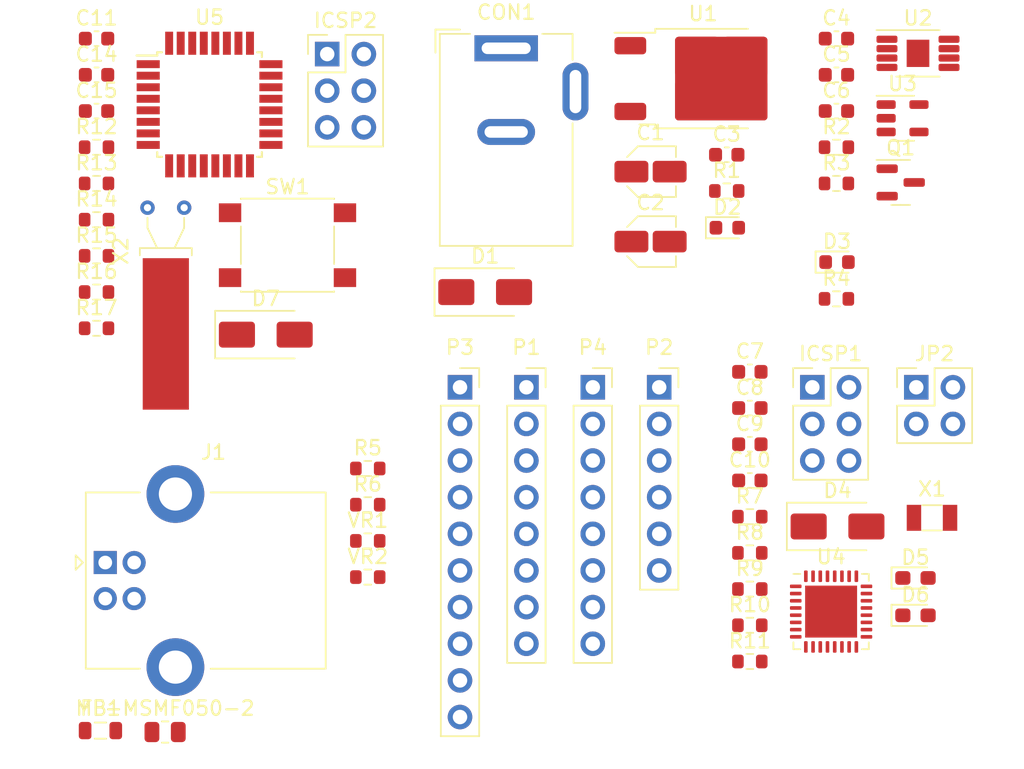
<source format=kicad_pcb>
(kicad_pcb (version 20221018) (generator pcbnew)
  (layers (0 "F.Cu" signal) (31 "B.Cu" signal) (34 "B.Paste" user) (35 "F.Paste" user) (36 "B.SilkS" user "B.Silkscreen") (37 "F.SilkS" user "F.Silkscreen") (38 "B.Mask" user) (39 "F.Mask" user) (44 "Edge.Cuts" user))
  (net 0 "")
  (net 1 "Vin")
  (net 2 "GND")
  (net 3 "5V_LDO")
  (net 4 "3V3_LDO")
  (net 5 "Net-(U4-XTAL(PC0))")
  (net 6 "Net-(U4-XTAL1)")
  (net 7 "/ATMEGA16U2/USB_GND")
  (net 8 "Net-(U4-UCAP)")
  (net 9 "/ATMEGA16U2/DTR")
  (net 10 "Net-(C11-Pad2)")
  (net 11 "/ATMEGA328P/AREF")
  (net 12 "Net-(D1-A)")
  (net 13 "Net-(D2-A)")
  (net 14 "Net-(D3-A)")
  (net 15 "Net-(D4-K)")
  (net 16 "Net-(D5-K)")
  (net 17 "Net-(D5-A)")
  (net 18 "Net-(D6-K)")
  (net 19 "Net-(D6-A)")
  (net 20 "/ATMEGA328P/328P_RESET")
  (net 21 "Net-(J1-Shield_1)")
  (net 22 "ICSP_MISO")
  (net 23 "ICSP_SCK")
  (net 24 "ICSP_MOSI")
  (net 25 "328P_ICSP_MISO")
  (net 26 "328P_ICSP_SCK")
  (net 27 "328P_ICSP_MOSI")
  (net 28 "Net-(J1-Vbus)")
  (net 29 "Net-(J1-D-)")
  (net 30 "Net-(J1-D+)")
  (net 31 "Net-(JP2-Pin_1)")
  (net 32 "Net-(JP2-Pin_2)")
  (net 33 "Net-(JP2-Pin_3)")
  (net 34 "Net-(JP2-Pin_4)")
  (net 35 "USBVCC")
  (net 37 "/ATMEGA328P/ARD_AN0")
  (net 38 "/ATMEGA328P/ARD_AN1")
  (net 39 "/ATMEGA328P/ARD_AN2")
  (net 40 "/ATMEGA328P/ARD_AN3")
  (net 41 "/ATMEGA328P/ARD_AN4{slash}SDA")
  (net 42 "/ATMEGA328P/ARD_AN5{slash}SCL")
  (net 43 "/ATMEGA328P/ARD_DIG8")
  (net 44 "/ATMEGA328P/ARD_DIG9")
  (net 45 "/ATMEGA328P/ARD_DIG10{slash}SPI_SS")
  (net 46 "/ATMEGA328P/ARD_DIG7")
  (net 47 "/ATMEGA328P/ARD_DIG6")
  (net 48 "/ATMEGA328P/ARD_DIG5")
  (net 49 "/ATMEGA328P/ARD_DIG4")
  (net 50 "/ATMEGA328P/ARD_DIG3")
  (net 51 "/ATMEGA328P/ARD_DIG2")
  (net 52 "/ATMEGA328P/ARD_DIG1")
  (net 53 "/ATMEGA328P/ARD_DIG0")
  (net 54 "Net-(Q1-G)")
  (net 55 "Net-(U2A-+)")
  (net 56 "Net-(U2B--)")
  (net 57 "/ATMEGA16U2/USB_RD+")
  (net 58 "/ATMEGA16U2/USB_RD-")
  (net 59 "/ATMEGA16U2/SERIAL_Rx")
  (net 60 "/ATMEGA16U2/SERIAL_Tx")
  (net 61 "Net-(U5-XTAL2)")
  (net 62 "Net-(U5-XTAL1)")
  (footprint "Resistor_SMD:R_0603_1608Metric" (layer "F.Cu") (at 79.7504 65.8248)
    (fp_text reference "R8" (at 0 -1.43) (layer "F.SilkS"))
    (fp_text value "0")
    (pad "1" smd roundrect (at -0.825 0) (size 0.8 0.95) (layers "F.Cu" "F.Paste" "F.Mask") (net 7 "/ATMEGA16U2/USB_GND"))
    (pad "2" smd roundrect (at 0.825 0) (size 0.8 0.95) (layers "F.Cu" "F.Paste" "F.Mask") (net 2 "GND"))
  )
  (footprint "Connector_PinHeader_2.54mm:PinHeader_2x03_P2.54mm_Vertical" (layer "F.Cu") (at 84.0804 54.3448)
    (fp_text reference "ICSP1" (at 1.27 -2.33) (layer "F.SilkS"))
    (fp_text value "M20-9980346")
    (pad "1" thru_hole rect (at 0 0) (size 1.7 1.7) (drill 1) (layers "*.Cu" "*.Mask") (net 22 "ICSP_MISO"))
    (pad "2" thru_hole oval (at 2.54 0) (size 1.7 1.7) (drill 1) (layers "*.Cu" "*.Mask") (net 3 "5V_LDO"))
    (pad "3" thru_hole oval (at 0 2.54) (size 1.7 1.7) (drill 1) (layers "*.Cu" "*.Mask") (net 23 "ICSP_SCK"))
    (pad "4" thru_hole oval (at 2.54 2.54) (size 1.7 1.7) (drill 1) (layers "*.Cu" "*.Mask") (net 24 "ICSP_MOSI"))
    (pad "5" thru_hole oval (at 0 5.08) (size 1.7 1.7) (drill 1) (layers "*.Cu" "*.Mask") (net 15 "Net-(D4-K)"))
    (pad "6" thru_hole oval (at 2.54 5.08) (size 1.7 1.7) (drill 1) (layers "*.Cu" "*.Mask") (net 2 "GND"))
  )
  (footprint "LED_SMD:LED_0603_1608Metric" (layer "F.Cu") (at 85.7904 45.6648)
    (fp_text reference "D3" (at 0 -1.43) (layer "F.SilkS"))
    (fp_text value "LED")
    (pad "1" smd roundrect (at -0.7875 0) (size 0.875 0.95) (layers "F.Cu" "F.Paste" "F.Mask") (net 2 "GND"))
    (pad "2" smd roundrect (at 0.7875 0) (size 0.875 0.95) (layers "F.Cu" "F.Paste" "F.Mask") (net 14 "Net-(D3-A)"))
  )
  (footprint "Connector_PinHeader_2.54mm:PinHeader_2x02_P2.54mm_Vertical" (layer "F.Cu") (at 91.2804 54.3448)
    (fp_text reference "JP2" (at 1.27 -2.33) (layer "F.SilkS"))
    (fp_text value "NO_POP")
    (pad "1" thru_hole rect (at 0 0) (size 1.7 1.7) (drill 1) (layers "*.Cu" "*.Mask") (net 31 "Net-(JP2-Pin_1)"))
    (pad "2" thru_hole oval (at 2.54 0) (size 1.7 1.7) (drill 1) (layers "*.Cu" "*.Mask") (net 32 "Net-(JP2-Pin_2)"))
    (pad "3" thru_hole oval (at 0 2.54) (size 1.7 1.7) (drill 1) (layers "*.Cu" "*.Mask") (net 33 "Net-(JP2-Pin_3)"))
    (pad "4" thru_hole oval (at 2.54 2.54) (size 1.7 1.7) (drill 1) (layers "*.Cu" "*.Mask") (net 34 "Net-(JP2-Pin_4)"))
  )
  (footprint "Resistor_SMD:R_0603_1608Metric" (layer "F.Cu") (at 34.4904 47.7448)
    (fp_text reference "R16" (at 0 -1.43) (layer "F.SilkS"))
    (fp_text value "10K")
    (pad "1" smd roundrect (at -0.825 0) (size 0.8 0.95) (layers "F.Cu" "F.Paste" "F.Mask") (net 20 "/ATMEGA328P/328P_RESET"))
    (pad "2" smd roundrect (at 0.825 0) (size 0.8 0.95) (layers "F.Cu" "F.Paste" "F.Mask") (net 3 "5V_LDO"))
  )
  (footprint "Connector_PinHeader_2.54mm:PinHeader_2x03_P2.54mm_Vertical" (layer "F.Cu") (at 50.4704 31.2448)
    (fp_text reference "ICSP2" (at 1.27 -2.33) (layer "F.SilkS"))
    (fp_text value "M20-9980346")
    (pad "1" thru_hole rect (at 0 0) (size 1.7 1.7) (drill 1) (layers "*.Cu" "*.Mask") (net 25 "328P_ICSP_MISO"))
    (pad "2" thru_hole oval (at 2.54 0) (size 1.7 1.7) (drill 1) (layers "*.Cu" "*.Mask") (net 3 "5V_LDO"))
    (pad "3" thru_hole oval (at 0 2.54) (size 1.7 1.7) (drill 1) (layers "*.Cu" "*.Mask") (net 26 "328P_ICSP_SCK"))
    (pad "4" thru_hole oval (at 2.54 2.54) (size 1.7 1.7) (drill 1) (layers "*.Cu" "*.Mask") (net 27 "328P_ICSP_MOSI"))
    (pad "5" thru_hole oval (at 0 5.08) (size 1.7 1.7) (drill 1) (layers "*.Cu" "*.Mask") (net 20 "/ATMEGA328P/328P_RESET"))
    (pad "6" thru_hole oval (at 2.54 5.08) (size 1.7 1.7) (drill 1) (layers "*.Cu" "*.Mask") (net 2 "GND"))
  )
  (footprint "LED_SMD:LED_0603_1608Metric" (layer "F.Cu") (at 78.1904 43.2848)
    (fp_text reference "D2" (at 0 -1.43) (layer "F.SilkS"))
    (fp_text value "LED")
    (pad "1" smd roundrect (at -0.7875 0) (size 0.875 0.95) (layers "F.Cu" "F.Paste" "F.Mask") (net 2 "GND"))
    (pad "2" smd roundrect (at 0.7875 0) (size 0.875 0.95) (layers "F.Cu" "F.Paste" "F.Mask") (net 13 "Net-(D2-A)"))
  )
  (footprint "Connector_PinSocket_2.54mm:PinSocket_1x08_P2.54mm_Vertical" (layer "F.Cu") (at 68.8704 54.3448)
    (fp_text reference "P4" (at 0 -2.77) (layer "F.SilkS"))
    (fp_text value "Digital Header 01")
    (pad "1" thru_hole rect (at 0 0) (size 1.7 1.7) (drill 1) (layers "*.Cu" "*.Mask") (net 46 "/ATMEGA328P/ARD_DIG7"))
    (pad "2" thru_hole oval (at 0 2.54) (size 1.7 1.7) (drill 1) (layers "*.Cu" "*.Mask") (net 47 "/ATMEGA328P/ARD_DIG6"))
    (pad "3" thru_hole oval (at 0 5.08) (size 1.7 1.7) (drill 1) (layers "*.Cu" "*.Mask") (net 48 "/ATMEGA328P/ARD_DIG5"))
    (pad "4" thru_hole oval (at 0 7.62) (size 1.7 1.7) (drill 1) (layers "*.Cu" "*.Mask") (net 49 "/ATMEGA328P/ARD_DIG4"))
    (pad "5" thru_hole oval (at 0 10.16) (size 1.7 1.7) (drill 1) (layers "*.Cu" "*.Mask") (net 50 "/ATMEGA328P/ARD_DIG3"))
    (pad "6" thru_hole oval (at 0 12.7) (size 1.7 1.7) (drill 1) (layers "*.Cu" "*.Mask") (net 51 "/ATMEGA328P/ARD_DIG2"))
    (pad "7" thru_hole oval (at 0 15.24) (size 1.7 1.7) (drill 1) (layers "*.Cu" "*.Mask") (net 52 "/ATMEGA328P/ARD_DIG1"))
    (pad "8" thru_hole oval (at 0 17.78) (size 1.7 1.7) (drill 1) (layers "*.Cu" "*.Mask") (net 53 "/ATMEGA328P/ARD_DIG0"))
  )
  (footprint "Resistor_SMD:R_0603_1608Metric" (layer "F.Cu") (at 79.7504 68.3348)
    (fp_text reference "R9" (at 0 -1.43) (layer "F.SilkS"))
    (fp_text value "1M")
    (pad "1" smd roundrect (at -0.825 0) (size 0.8 0.95) (layers "F.Cu" "F.Paste" "F.Mask") (net 5 "Net-(U4-XTAL(PC0))"))
    (pad "2" smd roundrect (at 0.825 0) (size 0.8 0.95) (layers "F.Cu" "F.Paste" "F.Mask") (net 6 "Net-(U4-XTAL1)"))
  )
  (footprint "Capacitor_SMD:C_0603_1608Metric" (layer "F.Cu") (at 79.7504 60.8048)
    (fp_text reference "C10" (at 0 -1.43) (layer "F.SilkS"))
    (fp_text value "1uF")
    (pad "1" smd roundrect (at -0.775 0) (size 0.9 0.95) (layers "F.Cu" "F.Paste" "F.Mask") (net 7 "/ATMEGA16U2/USB_GND"))
    (pad "2" smd roundrect (at 0.775 0) (size 0.9 0.95) (layers "F.Cu" "F.Paste" "F.Mask") (net 8 "Net-(U4-UCAP)"))
  )
  (footprint "Resistor_SMD:R_0603_1608Metric" (layer "F.Cu") (at 85.7504 48.2148)
    (fp_text reference "R4" (at 0 -1.43) (layer "F.SilkS"))
    (fp_text value "510")
    (pad "1" smd roundrect (at -0.825 0) (size 0.8 0.95) (layers "F.Cu" "F.Paste" "F.Mask") (net 56 "Net-(U2B--)"))
    (pad "2" smd roundrect (at 0.825 0) (size 0.8 0.95) (layers "F.Cu" "F.Paste" "F.Mask") (net 14 "Net-(D3-A)"))
  )
  (footprint "Resistor_SMD:R_0603_1608Metric" (layer "F.Cu") (at 34.4904 45.2348)
    (fp_text reference "R15" (at 0 -1.43) (layer "F.SilkS"))
    (fp_text value "1K")
    (pad "1" smd roundrect (at -0.825 0) (size 0.8 0.95) (layers "F.Cu" "F.Paste" "F.Mask") (net 60 "/ATMEGA16U2/SERIAL_Tx"))
    (pad "2" smd roundrect (at 0.825 0) (size 0.8 0.95) (layers "F.Cu" "F.Paste" "F.Mask") (net 52 "/ATMEGA328P/ARD_DIG1"))
  )
  (footprint "Package_TO_SOT_SMD:TO-252-2" (layer "F.Cu") (at 76.5104 32.9448)
    (fp_text reference "U1" (at 0 -4.5) (layer "F.SilkS"))
    (fp_text value "LD1117S50TR")
    (pad "1" smd roundrect (at -5.04 -2.28) (size 2.2 1.2) (layers "F.Cu" "F.Paste" "F.Mask") (roundrect_rratio 0.208333) (net 2 "GND"))
    (pad "2" smd roundrect (at -0.415 -1.525) (size 3.05 2.75) (layers "F.Cu" "F.Paste") (roundrect_rratio 0.090909) (net 3 "5V_LDO"))
    (pad "2" smd roundrect (at -0.415 1.525) (size 3.05 2.75) (layers "F.Cu" "F.Paste") (roundrect_rratio 0.090909) (net 3 "5V_LDO"))
    (pad "2" smd roundrect (at 1.26 0) (size 6.4 5.8) (layers "F.Cu" "F.Mask") (roundrect_rratio 0.043103) (net 3 "5V_LDO"))
    (pad "2" smd roundrect (at 2.935 -1.525) (size 3.05 2.75) (layers "F.Cu" "F.Paste") (roundrect_rratio 0.090909) (net 3 "5V_LDO"))
    (pad "2" smd roundrect (at 2.935 1.525) (size 3.05 2.75) (layers "F.Cu" "F.Paste") (roundrect_rratio 0.090909) (net 3 "5V_LDO"))
    (pad "3" smd roundrect (at -5.04 2.28) (size 2.2 1.2) (layers "F.Cu" "F.Paste" "F.Mask") (roundrect_rratio 0.208333) (net 1 "Vin"))
  )
  (footprint "Resistor_SMD:R_0603_1608Metric" (layer "F.Cu") (at 34.4904 50.2548)
    (fp_text reference "R17" (at 0 -1.43) (layer "F.SilkS"))
    (fp_text value "1M")
    (pad "1" smd roundrect (at -0.825 0) (size 0.8 0.95) (layers "F.Cu" "F.Paste" "F.Mask") (net 61 "Net-(U5-XTAL2)"))
    (pad "2" smd roundrect (at 0.825 0) (size 0.8 0.95) (layers "F.Cu" "F.Paste" "F.Mask") (net 62 "Net-(U5-XTAL1)"))
  )
  (footprint "Resistor_SMD:R_0603_1608Metric" (layer "F.Cu") (at 53.2804 62.4848)
    (fp_text reference "R6" (at 0 -1.43) (layer "F.SilkS"))
    (fp_text value "22R")
    (pad "1" smd roundrect (at -0.825 0) (size 0.8 0.95) (layers "F.Cu" "F.Paste" "F.Mask") (net 30 "Net-(J1-D+)"))
    (pad "2" smd roundrect (at 0.825 0) (size 0.8 0.95) (layers "F.Cu" "F.Paste" "F.Mask") (net 58 "/ATMEGA16U2/USB_RD-"))
  )
  (footprint "Capacitor_SMD:C_0603_1608Metric" (layer "F.Cu") (at 79.7504 55.7848)
    (fp_text reference "C8" (at 0 -1.43) (layer "F.SilkS"))
    (fp_text value "20pF")
    (pad "1" smd roundrect (at -0.775 0) (size 0.9 0.95) (layers "F.Cu" "F.Paste" "F.Mask") (net 2 "GND"))
    (pad "2" smd roundrect (at 0.775 0) (size 0.9 0.95) (layers "F.Cu" "F.Paste" "F.Mask") (net 6 "Net-(U4-XTAL1)"))
  )
  (footprint "Resistor_SMD:R_0603_1608Metric" (layer "F.Cu") (at 53.2804 59.9748)
    (fp_text reference "R5" (at 0 -1.43) (layer "F.SilkS"))
    (fp_text value "22R")
    (pad "1" smd roundrect (at -0.825 0) (size 0.8 0.95) (layers "F.Cu" "F.Paste" "F.Mask") (net 29 "Net-(J1-D-)"))
    (pad "2" smd roundrect (at 0.825 0) (size 0.8 0.95) (layers "F.Cu" "F.Paste" "F.Mask") (net 57 "/ATMEGA16U2/USB_RD+"))
  )
  (footprint "Resistor_SMD:R_0603_1608Metric" (layer "F.Cu") (at 53.2804 67.5048)
    (fp_text reference "VR2" (at 0 -1.43) (layer "F.SilkS"))
    (fp_text value "CG0603MLC-05E")
    (pad "1" smd roundrect (at -0.825 0) (size 0.8 0.95) (layers "F.Cu" "F.Paste" "F.Mask") (net 29 "Net-(J1-D-)"))
    (pad "2" smd roundrect (at 0.825 0) (size 0.8 0.95) (layers "F.Cu" "F.Paste" "F.Mask") (net 21 "Net-(J1-Shield_1)"))
  )
  (footprint "Capacitor_SMD:C_0603_1608Metric" (layer "F.Cu") (at 85.7504 32.6848)
    (fp_text reference "C5" (at 0 -1.43) (layer "F.SilkS"))
    (fp_text value "1uF")
    (pad "1" smd roundrect (at -0.775 0) (size 0.9 0.95) (layers "F.Cu" "F.Paste" "F.Mask") (net 3 "5V_LDO"))
    (pad "2" smd roundrect (at 0.775 0) (size 0.9 0.95) (layers "F.Cu" "F.Paste" "F.Mask") (net 2 "GND"))
  )
  (footprint "Connector_PinSocket_2.54mm:PinSocket_1x08_P2.54mm_Vertical" (layer "F.Cu") (at 64.2704 54.3448)
    (fp_text reference "P1" (at 0 -2.77) (layer "F.SilkS"))
    (fp_text value "Power Header")
    (pad "1" thru_hole rect (at 0 0) (size 1.7 1.7) (drill 1) (layers "*.Cu" "*.Mask"))
    (pad "2" thru_hole oval (at 0 2.54) (size 1.7 1.7) (drill 1) (layers "*.Cu" "*.Mask") (net 3 "5V_LDO"))
    (pad "3" thru_hole oval (at 0 5.08) (size 1.7 1.7) (drill 1) (layers "*.Cu" "*.Mask") (net 20 "/ATMEGA328P/328P_RESET"))
    (pad "4" thru_hole oval (at 0 7.62) (size 1.7 1.7) (drill 1) (layers "*.Cu" "*.Mask") (net 4 "3V3_LDO"))
    (pad "5" thru_hole oval (at 0 10.16) (size 1.7 1.7) (drill 1) (layers "*.Cu" "*.Mask") (net 3 "5V_LDO"))
    (pad "6" thru_hole oval (at 0 12.7) (size 1.7 1.7) (drill 1) (layers "*.Cu" "*.Mask") (net 2 "GND"))
    (pad "7" thru_hole oval (at 0 15.24) (size 1.7 1.7) (drill 1) (layers "*.Cu" "*.Mask") (net 2 "GND"))
    (pad "8" thru_hole oval (at 0 17.78) (size 1.7 1.7) (drill 1) (layers "*.Cu" "*.Mask") (net 1 "Vin"))
  )
  (footprint "Resistor_SMD:R_0603_1608Metric" (layer "F.Cu") (at 79.7504 63.3148)
    (fp_text reference "R7" (at 0 -1.43) (layer "F.SilkS"))
    (fp_text value "10K")
    (pad "1" smd roundrect (at -0.825 0) (size 0.8 0.95) (layers "F.Cu" "F.Paste" "F.Mask") (net 15 "Net-(D4-K)"))
    (pad "2" smd roundrect (at 0.825 0) (size 0.8 0.95) (layers "F.Cu" "F.Paste" "F.Mask") (net 3 "5V_LDO"))
  )
  (footprint "Diode_SMD:D_SMA" (layer "F.Cu") (at 46.2154 50.6948)
    (fp_text reference "D7" (at 0 -2.5) (layer "F.SilkS"))
    (fp_text value "1N4148W-7-F")
    (pad "1" smd roundrect (at -2 0) (size 2.5 1.8) (layers "F.Cu" "F.Paste" "F.Mask") (roundrect_rratio 0.1388888889) (net 20 "/ATMEGA328P/328P_RESET"))
    (pad "2" smd roundrect (at 2 0) (size 2.5 1.8) (layers "F.Cu" "F.Paste" "F.Mask") (roundrect_rratio 0.1388888889) (net 3 "5V_LDO"))
  )
  (footprint "Diode_SMD:D_SMA" (layer "F.Cu") (at 61.4154 47.7448)
    (fp_text reference "D1" (at 0 -2.5) (layer "F.SilkS"))
    (fp_text value "DIODE")
    (pad "1" smd roundrect (at -2 0) (size 2.5 1.8) (layers "F.Cu" "F.Paste" "F.Mask") (roundrect_rratio 0.1388888889) (net 1 "Vin"))
    (pad "2" smd roundrect (at 2 0) (size 2.5 1.8) (layers "F.Cu" "F.Paste" "F.Mask") (roundrect_rratio 0.1388888889) (net 12 "Net-(D1-A)"))
  )
  (footprint "Connector_PinSocket_2.54mm:PinSocket_1x10_P2.54mm_Vertical" (layer "F.Cu") (at 59.6704 54.3448)
    (fp_text reference "P3" (at 0 -2.77) (layer "F.SilkS"))
    (fp_text value "Digital Header 02")
    (pad "1" thru_hole rect (at 0 0) (size 1.7 1.7) (drill 1) (layers "*.Cu" "*.Mask") (net 43 "/ATMEGA328P/ARD_DIG8"))
    (pad "2" thru_hole oval (at 0 2.54) (size 1.7 1.7) (drill 1) (layers "*.Cu" "*.Mask") (net 44 "/ATMEGA328P/ARD_DIG9"))
    (pad "3" thru_hole oval (at 0 5.08) (size 1.7 1.7) (drill 1) (layers "*.Cu" "*.Mask") (net 45 "/ATMEGA328P/ARD_DIG10{slash}SPI_SS"))
    (pad "4" thru_hole oval (at 0 7.62) (size 1.7 1.7) (drill 1) (layers "*.Cu" "*.Mask") (net 27 "328P_ICSP_MOSI"))
    (pad "5" thru_hole oval (at 0 10.16) (size 1.7 1.7) (drill 1) (layers "*.Cu" "*.Mask") (net 25 "328P_ICSP_MISO"))
    (pad "6" thru_hole oval (at 0 12.7) (size 1.7 1.7) (drill 1) (layers "*.Cu" "*.Mask") (net 26 "328P_ICSP_SCK"))
    (pad "7" thru_hole oval (at 0 15.24) (size 1.7 1.7) (drill 1) (layers "*.Cu" "*.Mask") (net 2 "GND"))
    (pad "8" thru_hole oval (at 0 17.78) (size 1.7 1.7) (drill 1) (layers "*.Cu" "*.Mask") (net 11 "/ATMEGA328P/AREF"))
    (pad "9" thru_hole oval (at 0 20.32) (size 1.7 1.7) (drill 1) (layers "*.Cu" "*.Mask") (net 41 "/ATMEGA328P/ARD_AN4{slash}SDA"))
    (pad "10" thru_hole oval (at 0 22.86) (size 1.7 1.7) (drill 1) (layers "*.Cu" "*.Mask") (net 42 "/ATMEGA328P/ARD_AN5{slash}SCL"))
  )
  (footprint "Capacitor_SMD:C_0603_1608Metric" (layer "F.Cu") (at 85.7504 30.1748)
    (fp_text reference "C4" (at 0 -1.43) (layer "F.SilkS"))
    (fp_text value "0.1 uF")
    (pad "1" smd roundrect (at -0.775 0) (size 0.9 0.95) (layers "F.Cu" "F.Paste" "F.Mask") (net 2 "GND"))
    (pad "2" smd roundrect (at 0.775 0) (size 0.9 0.95) (layers "F.Cu" "F.Paste" "F.Mask") (net 3 "5V_LDO"))
  )
  (footprint "Button_Switch_SMD:SW_SPST_PTS645" (layer "F.Cu") (at 47.7204 44.4948)
    (fp_text reference "SW1" (at 0 -4.05) (layer "F.SilkS"))
    (fp_text value "RESET_SWITCH")
    (pad "1" smd rect (at -3.98 -2.25) (size 1.55 1.3) (layers "F.Cu" "F.Paste" "F.Mask") (net 2 "GND"))
    (pad "1" smd rect (at 3.98 -2.25) (size 1.55 1.3) (layers "F.Cu" "F.Paste" "F.Mask") (net 2 "GND"))
    (pad "2" smd rect (at -3.98 2.25) (size 1.55 1.3) (layers "F.Cu" "F.Paste" "F.Mask") (net 2 "GND"))
    (pad "2" smd rect (at 3.98 2.25) (size 1.55 1.3) (layers "F.Cu" "F.Paste" "F.Mask") (net 2 "GND"))
  )
  (footprint "Package_SO:HVSSOP-8-1EP_3x3mm_P0.65mm_EP1.57x1.89mm" (layer "F.Cu") (at 91.4004 31.1948)
    (fp_text reference "U2" (at 0 -2.45) (layer "F.SilkS"))
    (fp_text value "LMV358IDGKR")
    (pad "1" smd roundrect (at -2.15 -0.975) (size 1.45 0.5) (layers "F.Cu" "F.Paste" "F.Mask") (net 54 "Net-(Q1-G)"))
    (pad "2" smd roundrect (at -2.15 -0.325) (size 1.45 0.5) (layers "F.Cu" "F.Paste" "F.Mask") (net 4 "3V3_LDO"))
    (pad "3" smd roundrect (at -2.15 0.325) (size 1.45 0.5) (layers "F.Cu" "F.Paste" "F.Mask") (net 55 "Net-(U2A-+)"))
    (pad "4" smd roundrect (at -2.15 0.975) (size 1.45 0.5) (layers "F.Cu" "F.Paste" "F.Mask") (net 2 "GND"))
    (pad "5" smd roundrect (at 2.15 0.975) (size 1.45 0.5) (layers "F.Cu" "F.Paste" "F.Mask") (net 26 "328P_ICSP_SCK"))
    (pad "6" smd roundrect (at 2.15 0.325) (size 1.45 0.5) (layers "F.Cu" "F.Paste" "F.Mask") (net 56 "Net-(U2B--)"))
    (pad "7" smd roundrect (at 2.15 -0.325) (size 1.45 0.5) (layers "F.Cu" "F.Paste" "F.Mask") (net 56 "Net-(U2B--)"))
    (pad "8" smd roundrect (at 2.15 -0.975) (size 1.45 0.5) (layers "F.Cu" "F.Paste" "F.Mask") (net 3 "5V_LDO"))
    (pad "9" smd rect (at 0 0) (size 1.57 1.89) (layers "F.Cu" "F.Mask"))
  )
  (footprint "Capacitor_SMD:C_0603_1608Metric" (layer "F.Cu") (at 34.4904 35.1948)
    (fp_text reference "C15" (at 0 -1.43) (layer "F.SilkS"))
    (fp_text value "0.1 uF")
    (pad "1" smd roundrect (at -0.775 0) (size 0.9 0.95) (layers "F.Cu" "F.Paste" "F.Mask") (net 3 "5V_LDO"))
    (pad "2" smd roundrect (at 0.775 0) (size 0.9 0.95) (layers "F.Cu" "F.Paste" "F.Mask") (net 2 "GND"))
  )
  (footprint "Capacitor_SMD:C_Elec_3x5.4" (layer "F.Cu") (at 72.8704 39.3948)
    (fp_text reference "C1" (at 0 -2.7) (layer "F.SilkS"))
    (fp_text value "47uF")
    (pad "1" smd roundrect (at -1.325 0) (size 2.35 1.5) (layers "F.Cu" "F.Paste" "F.Mask") (roundrect_rratio 0.166667) (net 1 "Vin"))
    (pad "2" smd roundrect (at 1.325 0) (size 2.35 1.5) (layers "F.Cu" "F.Paste" "F.Mask") (roundrect_rratio 0.166667) (net 2 "GND"))
  )
  (footprint "Capacitor_SMD:C_0603_1608Metric" (layer "F.Cu") (at 34.4904 30.1748)
    (fp_text reference "C11" (at 0 -1.43) (layer "F.SilkS"))
    (fp_text value "0.1 uF")
    (pad "1" smd roundrect (at -0.775 0) (size 0.9 0.95) (layers "F.Cu" "F.Paste" "F.Mask") (net 9 "/ATMEGA16U2/DTR"))
    (pad "2" smd roundrect (at 0.775 0) (size 0.9 0.95) (layers "F.Cu" "F.Paste" "F.Mask") (net 10 "Net-(C11-Pad2)"))
  )
  (footprint "Connector_BarrelJack:BarrelJack_Wuerth_6941xx301002" (layer "F.Cu") (at 62.8704 30.8448)
    (fp_text reference "CON1" (at 0 -2.5) (layer "F.SilkS"))
    (fp_text value "BARREL_JACK")
    (pad "1" thru_hole rect (at 0 0) (size 4.4 1.8) (drill oval 3.4 0.8) (layers "*.Cu" "*.Mask") (net 12 "Net-(D1-A)"))
    (pad "2" thru_hole oval (at 0 5.8) (size 4 1.8) (drill oval 3 0.8) (layers "*.Cu" "*.Mask") (net 2 "GND"))
    (pad "3" thru_hole oval (at 4.8 3 90) (size 4 1.8) (drill oval 3 0.8) (layers "*.Cu" "*.Mask") (net 2 "GND"))
  )
  (footprint "LED_SMD:LED_0603_1608Metric_Pad1.05x0.95mm_HandSolder" (layer "F.Cu") (at 91.2254 70.1548)
    (fp_text reference "D6" (at 0 -1.43) (layer "F.SilkS"))
    (fp_text value "LED")
    (pad "1" smd roundrect (at -0.875 0) (size 1.05 0.95) (layers "F.Cu" "F.Paste" "F.Mask") (net 18 "Net-(D6-K)"))
    (pad "2" smd roundrect (at 0.875 0) (size 1.05 0.95) (layers "F.Cu" "F.Paste" "F.Mask") (net 19 "Net-(D6-A)"))
  )
  (footprint "Package_TO_SOT_SMD:SOT-23" (layer "F.Cu") (at 90.2004 40.1448)
    (fp_text reference "Q1" (at 0 -2.4) (layer "F.SilkS"))
    (fp_text value "FDN340P")
    (pad "1" smd roundrect (at -0.9375 -0.95) (size 1.475 0.6) (layers "F.Cu" "F.Paste" "F.Mask") (net 54 "Net-(Q1-G)"))
    (pad "2" smd roundrect (at -0.9375 0.95) (size 1.475 0.6) (layers "F.Cu" "F.Paste" "F.Mask") (net 3 "5V_LDO"))
    (pad "3" smd roundrect (at 0.9375 0) (size 1.475 0.6) (layers "F.Cu" "F.Paste" "F.Mask") (net 35 "USBVCC"))
  )
  (footprint "Resistor_SMD:R_0603_1608Metric" (layer "F.Cu") (at 78.1504 40.7348)
    (fp_text reference "R1" (at 0 -1.43) (layer "F.SilkS"))
    (fp_text value "510")
    (pad "1" smd roundrect (at -0.825 0) (size 0.8 0.95) (layers "F.Cu" "F.Paste" "F.Mask") (net 13 "Net-(D2-A)"))
    (pad "2" smd roundrect (at 0.825 0) (size 0.8 0.95) (layers "F.Cu" "F.Paste" "F.Mask") (net 3 "5V_LDO"))
  )
  (footprint "Capacitor_SMD:C_0603_1608Metric" (layer "F.Cu") (at 79.7504 53.2748)
    (fp_text reference "C7" (at 0 -1.43) (layer "F.SilkS"))
    (fp_text value "20pF")
    (pad "1" smd roundrect (at -0.775 0) (size 0.9 0.95) (layers "F.Cu" "F.Paste" "F.Mask") (net 2 "GND"))
    (pad "2" smd roundrect (at 0.775 0) (size 0.9 0.95) (layers "F.Cu" "F.Paste" "F.Mask") (net 5 "Net-(U4-XTAL(PC0))"))
  )
  (footprint "Capacitor_SMD:C_0603_1608Metric" (layer "F.Cu") (at 34.4904 32.6848)
    (fp_text reference "C14" (at 0 -1.43) (layer "F.SilkS"))
    (fp_text value "0.1 uF")
    (pad "1" smd roundrect (at -0.775 0) (size 0.9 0.95) (layers "F.Cu" "F.Paste" "F.Mask") (net 11 "/ATMEGA328P/AREF"))
    (pad "2" smd roundrect (at 0.775 0) (size 0.9 0.95) (layers "F.Cu" "F.Paste" "F.Mask") (net 2 "GND"))
  )
  (footprint "Inductor_SMD:L_0805_2012Metric" (layer "F.Cu") (at 34.7604 78.1448)
    (fp_text reference "FB1" (at 0 -1.55) (layer "F.SilkS"))
    (fp_text value "BLM21PG221SN1D")
    (pad "1" smd roundrect (at -1.0625 0) (size 0.875 1.2) (layers "F.Cu" "F.Paste" "F.Mask") (net 21 "Net-(J1-Shield_1)"))
    (pad "2" smd roundrect (at 1.0625 0) (size 0.875 1.2) (layers "F.Cu" "F.Paste" "F.Mask") (net 7 "/ATMEGA16U2/USB_GND"))
  )
  (footprint "Resistor_SMD:R_0603_1608Metric" (layer "F.Cu") (at 34.4904 37.7048)
    (fp_text reference "R12" (at 0 -1.43) (layer "F.SilkS"))
    (fp_text value "1K")
    (pad "1" smd roundrect (at -0.825 0) (size 0.8 0.95) (layers "F.Cu" "F.Paste" "F.Mask") (net 9 "/ATMEGA16U2/DTR"))
    (pad "2" smd roundrect (at 0.825 0) (size 0.8 0.95) (layers "F.Cu" "F.Paste" "F.Mask") (net 2 "GND"))
  )
  (footprint "Capacitor_SMD:C_Elec_3x5.4" (layer "F.Cu") (at 72.8704 44.2448)
    (fp_text reference "C2" (at 0 -2.7) (layer "F.SilkS"))
    (fp_text value "47uF")
    (pad "1" smd roundrect (at -1.325 0) (size 2.35 1.5) (layers "F.Cu" "F.Paste" "F.Mask") (roundrect_rratio 0.166667) (net 3 "5V_LDO"))
    (pad "2" smd roundrect (at 1.325 0) (size 2.35 1.5) (layers "F.Cu" "F.Paste" "F.Mask") (roundrect_rratio 0.166667) (net 2 "GND"))
  )
  (footprint "Package_DFN_QFN:QFN-32-1EP_5x5mm_P0.5mm_EP3.6x3.6mm" (layer "F.Cu") (at 85.3804 69.8948)
    (fp_text reference "U4" (at 0 -3.8) (layer "F.SilkS"))
    (fp_text value "ATMEGA16U2-MU")
    (pad "1" smd roundrect (at -2.45 -1.75) (size 0.8 0.25) (layers "F.Cu" "F.Paste" "F.Mask") (net 6 "Net-(U4-XTAL1)"))
    (pad "2" smd roundrect (at -2.45 -1.25) (size 0.8 0.25) (layers "F.Cu" "F.Paste" "F.Mask") (net 5 "Net-(U4-XTAL(PC0))"))
    (pad "3" smd roundrect (at -2.45 -0.75) (size 0.8 0.25) (layers "F.Cu" "F.Paste" "F.Mask") (net 2 "GND"))
    (pad "4" smd roundrect (at -2.45 -0.25) (size 0.8 0.25) (layers "F.Cu" "F.Paste" "F.Mask") (net 3 "5V_LDO"))
    (pad "5" smd roundrect (at -2.45 0.25) (size 0.8 0.25) (layers "F.Cu" "F.Paste" "F.Mask"))
    (pad "6" smd roundrect (at -2.45 0.75) (size 0.8 0.25) (layers "F.Cu" "F.Paste" "F.Mask"))
    (pad "7" smd roundrect (at -2.45 1.25) (size 0.8 0.25) (layers "F.Cu" "F.Paste" "F.Mask"))
    (pad "8" smd roundrect (at -2.45 1.75) (size 0.8 0.25) (layers "F.Cu" "F.Paste" "F.Mask") (net 60 "/ATMEGA16U2/SERIAL_Tx"))
    (pad "9" smd roundrect (at -1.75 2.45) (size 0.25 0.8) (layers "F.Cu" "F.Paste" "F.Mask") (net 59 "/ATMEGA16U2/SERIAL_Rx"))
    (pad "10" smd roundrect (at -1.25 2.45) (size 0.25 0.8) (layers "F.Cu" "F.Paste" "F.Mask") (net 18 "Net-(D6-K)"))
    (pad "11" smd roundrect (at -0.75 2.45) (size 0.25 0.8) (layers "F.Cu" "F.Paste" "F.Mask") (net 16 "Net-(D5-K)"))
    (pad "12" smd roundrect (at -0.25 2.45) (size 0.25 0.8) (layers "F.Cu" "F.Paste" "F.Mask"))
    (pad "13" smd roundrect (at 0.25 2.45) (size 0.25 0.8) (layers "F.Cu" "F.Paste" "F.Mask") (net 9 "/ATMEGA16U2/DTR"))
    (pad "14" smd roundrect (at 0.75 2.45) (size 0.25 0.8) (layers "F.Cu" "F.Paste" "F.Mask"))
    (pad "15" smd roundrect (at 1.25 2.45) (size 0.25 0.8) (layers "F.Cu" "F.Paste" "F.Mask") (net 23 "ICSP_SCK"))
    (pad "16" smd roundrect (at 1.75 2.45) (size 0.25 0.8) (layers "F.Cu" "F.Paste" "F.Mask") (net 24 "ICSP_MOSI"))
    (pad "17" smd roundrect (at 2.45 1.75) (size 0.8 0.25) (layers "F.Cu" "F.Paste" "F.Mask") (net 22 "ICSP_MISO"))
    (pad "18" smd roundrect (at 2.45 1.25) (size 0.8 0.25) (layers "F.Cu" "F.Paste" "F.Mask") (net 31 "Net-(JP2-Pin_1)"))
    (pad "19" smd roundrect (at 2.45 0.75) (size 0.8 0.25) (layers "F.Cu" "F.Paste" "F.Mask") (net 33 "Net-(JP2-Pin_3)"))
    (pad "20" smd roundrect (at 2.45 0.25) (size 0.8 0.25) (layers "F.Cu" "F.Paste" "F.Mask") (net 34 "Net-(JP2-Pin_4)"))
    (pad "21" smd roundrect (at 2.45 -0.25) (size 0.8 0.25) (layers "F.Cu" "F.Paste" "F.Mask") (net 32 "Net-(JP2-Pin_2)"))
    (pad "22" smd roundrect (at 2.45 -0.75) (size 0.8 0.25) (layers "F.Cu" "F.Paste" "F.Mask"))
    (pad "23" smd roundrect (at 2.45 -1.25) (size 0.8 0.25) (layers "F.Cu" "F.Paste" "F.Mask"))
    (pad "24" smd roundrect (at 2.45 -1.75) (size 0.8 0.25) (layers "F.Cu" "F.Paste" "F.Mask") (net 15 "Net-(D4-K)"))
    (pad "25" smd roundrect (at 1.75 -2.45) (size 0.25 0.8) (layers "F.Cu" "F.Paste" "F.Mask"))
    (pad "26" smd roundrect (at 1.25 -2.45) (size 0.25 0.8) (layers "F.Cu" "F.Paste" "F.Mask"))
    (pad "27" smd roundrect (at 0.75 -2.45) (size 0.25 0.8) (layers "F.Cu" "F.Paste" "F.Mask") (net 8 "Net-(U4-UCAP)"))
    (pad "28" smd roundrect (at 0.25 -2.45) (size 0.25 0.8) (layers "F.Cu" "F.Paste" "F.Mask") (net 7 "/ATMEGA16U2/USB_GND"))
    (pad "29" smd roundrect (at -0.25 -2.45) (size 0.25 0.8) (layers "F.Cu" "F.Paste" "F.Mask") (net 57 "/ATMEGA16U2/USB_RD+"))
    (pad "30" smd roundrect (at -0.75 -2.45) (size 0.25 0.8) (layers "F.Cu" "F.Paste" "F.Mask") (net 58 "/ATMEGA16U2/USB_RD-"))
    (pad "31" smd roundrect (at -1.25 -2.45) (size 0.25 0.8) (layers "F.Cu" "F.Paste" "F.Mask"))
    (pad "32" smd roundrect (at -1.75 -2.45) (size 0.25 0.8) (layers "F.Cu" "F.Paste" "F.Mask") (net 3 "5V_LDO"))
    (pad "33" smd rect (at 0 0) (size 3.6 3.6) (layers "F.Cu" "F.Mask") (net 2 "GND"))
  )
  (footprint "Connector_PinSocket_2.54mm:PinSocket_1x06_P2.54mm_Vertical" (layer "F.Cu") (at 73.4704 54.3448)
    (fp_text reference "P2" (at 0 -2.77) (layer "F.SilkS"))
    (fp_text value "Analog Header")
    (pad "1" thru_hole rect (at 0 0) (size 1.7 1.7) (drill 1) (layers "*.Cu" "*.Mask") (net 37 "/ATMEGA328P/ARD_AN0"))
    (pad "2" thru_hole oval (at 0 2.54) (size 1.7 1.7) (drill 1) (layers "*.Cu" "*.Mask") (net 38 "/ATMEGA328P/ARD_AN1"))
    (pad "3" thru_hole oval (at 0 5.08) (size 1.7 1.7) (drill 1) (layers "*.Cu" "*.Mask") (net 39 "/ATMEGA328P/ARD_AN2"))
    (pad "4" thru_hole oval (at 0 7.62) (size 1.7 1.7) (drill 1) (layers "*.Cu" "*.Mask") (net 40 "/ATMEGA328P/ARD_AN3"))
    (pad "5" thru_hole oval (at 0 10.16) (size 1.7 1.7) (drill 1) (layers "*.Cu" "*.Mask") (net 41 "/ATMEGA328P/ARD_AN4{slash}SDA"))
    (pad "6" thru_hole oval (at 0 12.7) (size 1.7 1.7) (drill 1) (layers "*.Cu" "*.Mask") (net 42 "/ATMEGA328P/ARD_AN5{slash}SCL"))
  )
  (footprint "Package_QFP:TQFP-32_7x7mm_P0.8mm" (layer "F.Cu") (at 42.3204 34.7448)
    (fp_text reference "U5" (at 0 -6.05) (layer "F.SilkS"))
    (fp_text value "ATMEGA328P")
    (pad "1" smd rect (at -4.25 -2.8) (size 1.6 0.55) (layers "F.Cu" "F.Paste" "F.Mask") (net 20 "/ATMEGA328P/328P_RESET"))
    (pad "2" smd rect (at -4.25 -2) (size 1.6 0.55) (layers "F.Cu" "F.Paste" "F.Mask") (net 53 "/ATMEGA328P/ARD_DIG0"))
    (pad "3" smd rect (at -4.25 -1.2) (size 1.6 0.55) (layers "F.Cu" "F.Paste" "F.Mask") (net 52 "/ATMEGA328P/ARD_DIG1"))
    (pad "4" smd rect (at -4.25 -0.4) (size 1.6 0.55) (layers "F.Cu" "F.Paste" "F.Mask") (net 51 "/ATMEGA328P/ARD_DIG2"))
    (pad "5" smd rect (at -4.25 0.4) (size 1.6 0.55) (layers "F.Cu" "F.Paste" "F.Mask") (net 50 "/ATMEGA328P/ARD_DIG3"))
    (pad "6" smd rect (at -4.25 1.2) (size 1.6 0.55) (layers "F.Cu" "F.Paste" "F.Mask") (net 49 "/ATMEGA328P/ARD_DIG4"))
    (pad "7" smd rect (at -4.25 2) (size 1.6 0.55) (layers "F.Cu" "F.Paste" "F.Mask") (net 3 "5V_LDO"))
    (pad "8" smd rect (at -4.25 2.8) (size 1.6 0.55) (layers "F.Cu" "F.Paste" "F.Mask") (net 2 "GND"))
    (pad "9" smd rect (at -2.8 4.25 90) (size 1.6 0.55) (layers "F.Cu" "F.Paste" "F.Mask") (net 62 "Net-(U5-XTAL1)"))
    (pad "10" smd rect (at -2 4.25 90) (size 1.6 0.55) (layers "F.Cu" "F.Paste" "F.Mask") (net 61 "Net-(U5-XTAL2)"))
    (pad "11" smd rect (at -1.2 4.25 90) (size 1.6 0.55) (layers "F.Cu" "F.Paste" "F.Mask") (net 48 "/ATMEGA328P/ARD_DIG5"))
    (pad "12" smd rect (at -0.4 4.25 90) (size 1.6 0.55) (layers "F.Cu" "F.Paste" "F.Mask") (net 47 "/ATMEGA328P/ARD_DIG6"))
    (pad "13" smd rect (at 0.4 4.25 90) (size 1.6 0.55) (layers "F.Cu" "F.Paste" "F.Mask") (net 46 "/ATMEGA328P/ARD_DIG7"))
    (pad "14" smd rect (at 1.2 4.25 90) (size 1.6 0.55) (layers "F.Cu" "F.Paste" "F.Mask") (net 43 "/ATMEGA328P/ARD_DIG8"))
    (pad "15" smd rect (at 2 4.25 90) (size 1.6 0.55) (layers "F.Cu" "F.Paste" "F.Mask") (net 44 "/ATMEGA328P/ARD_DIG9"))
    (pad "16" smd rect (at 2.8 4.25 90) (size 1.6 0.55) (layers "F.Cu" "F.Paste" "F.Mask") (net 45 "/ATMEGA328P/ARD_DIG10{slash}SPI_SS"))
    (pad "17" smd rect (at 4.25 2.8) (size 1.6 0.55) (layers "F.Cu" "F.Paste" "F.Mask") (net 27 "328P_ICSP_MOSI"))
    (pad "18" smd rect (at 4.25 2) (size 1.6 0.55) (layers "F.Cu" "F.Paste" "F.Mask") (net 25 "328P_ICSP_MISO"))
    (pad "19" smd rect (at 4.25 1.2) (size 1.6 0.55) (layers "F.Cu" "F.Paste" "F.Mask") (net 26 "328P_ICSP_SCK"))
    (pad "20" smd rect (at 4.25 0.4) (size 1.6 0.55) (layers "F.Cu" "F.Paste" "F.Mask") (net 3 "5V_LDO"))
    (pad "21" smd rect (at 4.25 -0.4) (size 1.6 0.55) (layers "F.Cu" "F.Paste" "F.Mask") (net 11 "/ATMEGA328P/AREF"))
    (pad "22" smd rect (at 4.25 -1.2) (size 1.6 0.55) (layers "F.Cu" "F.Paste" "F.Mask") (net 2 "GND"))
    (pad "23" smd rect (at 4.25 -2) (size 1.6 0.55) (layers "F.Cu" "F.Paste" "F.Mask") (net 37 "/ATMEGA328P/ARD_AN0"))
    (pad "24" smd rect (at 4.25 -2.8) (size 1.6 0.55) (layers "F.Cu" "F.Paste" "F.Mask") (net 38 "/ATMEGA328P/ARD_AN1"))
    (pad "25" smd rect (at 2.8 -4.25 90) (size 1.6 0.55) (layers "F.Cu" "F.Paste" "F.Mask") (net 39 "/ATMEGA328P/ARD_AN2"))
    (pad "26" smd rect (at 2 -4.25 90) (size 1.6 0.55) (layers "F.Cu" "F.Paste" "F.Mask") (net 40 "/ATMEGA328P/ARD_AN3"))
    (pad "27" smd rect (at 1.2 -4.25 90) (size 1.6 0.55) (layers "F.Cu" "F.Paste" "F.Mask") (net 41 "/ATMEGA328P/ARD_AN4{slash}SDA"))
    (pad "28" smd rect (at 0.4 -4.25 90) (size 1.6 0.55) (layers "F.Cu" "F.Paste" "F.Mask") (net 42 "/ATMEGA328P/ARD_AN5{slash}SCL"))
    (pad "29" smd rect (at -0.4 -4.25 90) (size 1.6 0.55) (layers "F.Cu" "F.Paste" "F.Mask"))
    (pad "30" smd rect (at -1.2 -4.25 90) (size 1.6 0.55) (layers "F.Cu" "F.Paste" "F.Mask"))
    (pad "31" smd rect (at -2 -4.25 90) (size 1.6 0.55) (layers "F.Cu" "F.Paste" "F.Mask"))
    (pad "32" smd rect (at -2.8 -4.25 90) (size 1.6 0.55) (layers "F.Cu" "F.Paste" "F.Mask"))
  )
  (footprint "Resistor_SMD:R_0603_1608Metric" (layer "F.Cu") (at 79.7504 70.8448)
    (fp_text reference "R10" (at 0 -1.43) (layer "F.SilkS"))
    (fp_text value "510")
    (pad "1" smd roundrect (at -0.825 0) (size 0.8 0.95) (layers "F.Cu" "F.Paste" "F.Mask") (net 17 "Net-(D5-A)"))
    (pad "2" smd roundrect (at 0.825 0) (size 0.8 0.95) (layers "F.Cu" "F.Paste" "F.Mask") (net 3 "5V_LDO"))
  )
  (footprint "Capacitor_SMD:C_0603_1608Metric" (layer "F.Cu") (at 79.7504 58.2948)
    (fp_text reference "C9" (at 0 -1.43) (layer "F.SilkS"))
    (fp_text value "0.1 uF")
    (pad "1" smd roundrect (at -0.775 0) (size 0.9 0.95) (layers "F.Cu" "F.Paste" "F.Mask") (net 3 "5V_LDO"))
    (pad "2" smd roundrect (at 0.775 0) (size 0.9 0.95) (layers "F.Cu" "F.Paste" "F.Mask") (net 2 "GND"))
  )
  (footprint "Resistor_SMD:R_0805_2012Metric" (layer "F.Cu") (at 39.2404 78.2448)
    (fp_text reference "MF-MSMF050-2" (at 0 -1.65) (layer "F.SilkS"))
    (fp_text value "500mA")
    (pad "1" smd roundrect (at -0.9125 0) (size 1.025 1.4) (layers "F.Cu" "F.Paste" "F.Mask") (roundrect_rratio 0.243902) (net 28 "Net-(J1-Vbus)"))
    (pad "2" smd roundrect (at 0.9125 0) (size 1.025 1.4) (layers "F.Cu" "F.Paste" "F.Mask") (roundrect_rratio 0.243902) (net 35 "USBVCC"))
  )
  (footprint "Diode_SMD:D_SMA" (layer "F.Cu") (at 85.8254 63.9948)
    (fp_text reference "D4" (at 0 -2.5) (layer "F.SilkS"))
    (fp_text value "1N4148W-7-F")
    (pad "1" smd roundrect (at -2 0) (size 2.5 1.8) (layers "F.Cu" "F.Paste" "F.Mask") (roundrect_rratio 0.1388888889) (net 15 "Net-(D4-K)"))
    (pad "2" smd roundrect (at 2 0) (size 2.5 1.8) (layers "F.Cu" "F.Paste" "F.Mask") (roundrect_rratio 0.1388888889) (net 3 "5V_LDO"))
  )
  (footprint "Capacitor_SMD:C_0603_1608Metric" (layer "F.Cu") (at 78.1504 38.2248)
    (fp_text reference "C3" (at 0 -1.43) (layer "F.SilkS"))
    (fp_text value "0.1 uF")
    (pad "1" smd roundrect (at -0.775 0) (size 0.9 0.95) (layers "F.Cu" "F.Paste" "F.Mask") (net 3 "5V_LDO"))
    (pad "2" smd roundrect (at 0.775 0) (size 0.9 0.95) (layers "F.Cu" "F.Paste" "F.Mask") (net 2 "GND"))
  )
  (footprint "Connector_USB:USB_B_Lumberg_2411_02_Horizontal" (layer "F.Cu") (at 35.0954 66.4948)
    (fp_text reference "J1" (at 7.5 -7.65) (layer "F.SilkS"))
    (fp_text value "USB_TYPE_B")
    (pad "1" thru_hole rect (at 0 0 90) (size 1.6 1.6) (drill 0.95) (layers "*.Cu" "*.Mask") (net 28 "Net-(J1-Vbus)"))
    (pad "2" thru_hole circle (at 0 2.5 90) (size 1.6 1.6) (drill 0.95) (layers "*.Cu" "*.Mask") (net 29 "Net-(J1-D-)"))
    (pad "3" thru_hole circle (at 2 2.5 90) (size 1.6 1.6) (drill 0.95) (layers "*.Cu" "*.Mask") (net 30 "Net-(J1-D+)"))
    (pad "4" thru_hole circle (at 2 0 90) (size 1.6 1.6) (drill 0.95) (layers "*.Cu" "*.Mask") (net 7 "/ATMEGA16U2/USB_GND"))
    (pad "5" thru_hole circle (at 4.86 -4.75 90) (size 4 4) (drill 2.3) (layers "*.Cu" "*.Mask") (net 21 "Net-(J1-Shield_1)"))
    (pad "5" thru_hole circle (at 4.86 7.25 90) (size 4 4) (drill 2.3) (layers "*.Cu" "*.Mask") (net 21 "Net-(J1-Shield_1)"))
  )
  (footprint "Resistor_SMD:R_0603_1608Metric" (layer "F.Cu") (at 79.7504 73.3548)
    (fp_text reference "R11" (at 0 -1.43) (layer "F.SilkS"))
    (fp_text value "510")
    (pad "1" smd roundrect (at -0.825 0) (size 0.8 0.95) (layers "F.Cu" "F.Paste" "F.Mask") (net 19 "Net-(D6-A)"))
    (pad "2" smd roundrect (at 0.825 0) (size 0.8 0.95) (layers "F.Cu" "F.Paste" "F.Mask") (net 3 "5V_LDO"))
  )
  (footprint "LED_SMD:LED_0603_1608Metric_Pad1.05x0.95mm_HandSolder" (layer "F.Cu") (at 91.2254 67.5648)
    (fp_text reference "D5" (at 0 -1.43) (layer "F.SilkS"))
    (fp_text value "LED")
    (pad "1" smd roundrect (at -0.875 0) (size 1.05 0.95) (layers "F.Cu" "F.Paste" "F.Mask") (net 16 "Net-(D5-K)"))
    (pad "2" smd roundrect (at 0.875 0) (size 1.05 0.95) (layers "F.Cu" "F.Paste" "F.Mask") (net 17 "Net-(D5-A)"))
  )
  (footprint "Resistor_SMD:R_0603_1608Metric" (layer "F.Cu") (at 34.4904 42.7248)
    (fp_text reference "R14" (at 0 -1.43) (layer "F.SilkS"))
    (fp_text value "1K")
    (pad "1" smd roundrect (at -0.825 0) (size 0.8 0.95) (layers "F.Cu" "F.Paste" "F.Mask") (net 59 "/ATMEGA16U2/SERIAL_Rx"))
    (pad "2" smd roundrect (at 0.825 0) (size 0.8 0.95) (layers "F.Cu" "F.Paste" "F.Mask") (net 53 "/ATMEGA328P/ARD_DIG0"))
  )
  (footprint "Capacitor_SMD:C_0603_1608Metric" (layer "F.Cu") (at 85.7504 35.1948)
    (fp_text reference "C6" (at 0 -1.43) (layer "F.SilkS"))
    (fp_text value "2.2uF")
    (pad "1" smd roundrect (at -0.775 0) (size 0.9 0.95) (layers "F.Cu" "F.Paste" "F.Mask") (net 4 "3V3_LDO"))
    (pad "2" smd roundrect (at 0.775 0) (size 0.9 0.95) (layers "F.Cu" "F.Paste" "F.Mask") (net 2 "GND"))
  )
  (footprint "Crystal:Crystal_AT310_D3.0mm_L10.0mm_Horizontal_1EP_style1" (layer "F.Cu") (at 38.0204 41.8948)
    (fp_text reference "X2" (at -1.85 3 90) (layer "F.SilkS"))
    (fp_text value "CSTCE16MOV53-R0")
    (pad "1" thru_hole circle (at 0 0) (size 1 1) (drill 0.5) (layers "*.Cu" "*.Mask") (net 61 "Net-(U5-XTAL2)"))
    (pad "2" thru_hole circle (at 2.54 0) (size 1 1) (drill 0.5) (layers "*.Cu" "*.Mask") (net 2 "GND"))
    (pad "3" smd rect (at 1.27 8.75) (size 3.2 10.5) (layers "F.Cu" "F.Paste" "F.Mask") (net 62 "Net-(U5-XTAL1)"))
  )
  (footprint "Package_TO_SOT_SMD:SOT-23-5" (layer "F.Cu") (at 90.3304 35.6948)
    (fp_text reference "U3" (at 0 -2.4) (layer "F.SilkS"))
    (fp_text value "LP2985-33DBVR")
    (pad "1" smd roundrect (at -1.1375 -0.95) (size 1.325 0.6) (layers "F.Cu" "F.Paste" "F.Mask") (net 3 "5V_LDO"))
    (pad "2" smd roundrect (at -1.1375 0) (size 1.325 0.6) (layers "F.Cu" "F.Paste" "F.Mask") (net 2 "GND"))
    (pad "3" smd roundrect (at -1.1375 0.95) (size 1.325 0.6) (layers "F.Cu" "F.Paste" "F.Mask") (net 3 "5V_LDO"))
    (pad "4" smd roundrect (at 1.1375 0.95) (size 1.325 0.6) (layers "F.Cu" "F.Paste" "F.Mask"))
    (pad "5" smd roundrect (at 1.1375 -0.95) (size 1.325 0.6) (layers "F.Cu" "F.Paste" "F.Mask") (net 4 "3V3_LDO"))
  )
  (footprint "Resistor_SMD:R_0603_1608Metric" (layer "F.Cu") (at 53.2804 64.9948)
    (fp_text reference "VR1" (at 0 -1.43) (layer "F.SilkS"))
    (fp_text value "CG0603MLC-05E")
    (pad "1" smd roundrect (at -0.825 0) (size 0.8 0.95) (layers "F.Cu" "F.Paste" "F.Mask") (net 30 "Net-(J1-D+)"))
    (pad "2" smd roundrect (at 0.825 0) (size 0.8 0.95) (layers "F.Cu" "F.Paste" "F.Mask") (net 21 "Net-(J1-Shield_1)"))
  )
  (footprint "Crystal:Crystal_SMD_3215-2Pin_3.2x1.5mm" (layer "F.Cu") (at 92.3704 63.3948)
    (fp_text reference "X1" (at 0 -2) (layer "F.SilkS"))
    (fp_text value "FOXSLF/160-20")
    (pad "1" smd rect (at 1.25 0) (size 1 1.8) (layers "F.Cu" "F.Paste" "F.Mask") (net 6 "Net-(U4-XTAL1)"))
    (pad "2" smd rect (at -1.25 0) (size 1 1.8) (layers "F.Cu" "F.Paste" "F.Mask") (net 5 "Net-(U4-XTAL(PC0))"))
  )
  (footprint "Resistor_SMD:R_0603_1608Metric" (layer "F.Cu") (at 34.4904 40.2148)
    (fp_text reference "R13" (at 0 -1.43) (layer "F.SilkS"))
    (fp_text value "0")
    (pad "1" smd roundrect (at -0.825 0) (size 0.8 0.95) (layers "F.Cu" "F.Paste" "F.Mask") (net 10 "Net-(C11-Pad2)"))
    (pad "2" smd roundrect (at 0.825 0) (size 0.8 0.95) (layers "F.Cu" "F.Paste" "F.Mask") (net 20 "/ATMEGA328P/328P_RESET"))
  )
  (footprint "Resistor_SMD:R_0603_1608Metric" (layer "F.Cu") (at 85.7504 40.2148)
    (fp_text reference "R3" (at 0 -1.43) (layer "F.SilkS"))
    (fp_text value "10K")
    (pad "1" smd roundrect (at -0.825 0) (size 0.8 0.95) (layers "F.Cu" "F.Paste" "F.Mask") (net 2 "GND"))
    (pad "2" smd roundrect (at 0.825 0) (size 0.8 0.95) (layers "F.Cu" "F.Paste" "F.Mask") (net 55 "Net-(U2A-+)"))
  )
  (footprint "Resistor_SMD:R_0603_1608Metric" (layer "F.Cu") (at 85.7504 37.7048)
    (fp_text reference "R2" (at 0 -1.43) (layer "F.SilkS"))
    (fp_text value "10K")
    (pad "1" smd roundrect (at -0.825 0) (size 0.8 0.95) (layers "F.Cu" "F.Paste" "F.Mask") (net 55 "Net-(U2A-+)"))
    (pad "2" smd roundrect (at 0.825 0) (size 0.8 0.95) (layers "F.Cu" "F.Paste" "F.Mask") (net 1 "Vin"))
  )
)
</source>
